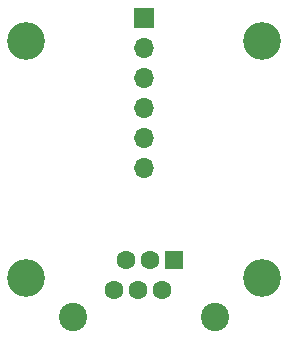
<source format=gbr>
G04 #@! TF.GenerationSoftware,KiCad,Pcbnew,(5.1.9)-1*
G04 #@! TF.CreationDate,2022-02-01T16:59:12-07:00*
G04 #@! TF.ProjectId,Limit_to_RJ11,4c696d69-745f-4746-9f5f-524a31312e6b,rev?*
G04 #@! TF.SameCoordinates,Original*
G04 #@! TF.FileFunction,Soldermask,Bot*
G04 #@! TF.FilePolarity,Negative*
%FSLAX46Y46*%
G04 Gerber Fmt 4.6, Leading zero omitted, Abs format (unit mm)*
G04 Created by KiCad (PCBNEW (5.1.9)-1) date 2022-02-01 16:59:12*
%MOMM*%
%LPD*%
G01*
G04 APERTURE LIST*
%ADD10C,2.400000*%
%ADD11C,1.600000*%
%ADD12R,1.600000X1.600000*%
%ADD13R,1.700000X1.700000*%
%ADD14O,1.700000X1.700000*%
%ADD15C,3.200000*%
G04 APERTURE END LIST*
D10*
X9000000Y-28320000D03*
X21000000Y-28320000D03*
D11*
X14490000Y-26020000D03*
X15510000Y-23480000D03*
X16530000Y-26020000D03*
D12*
X17550000Y-23480000D03*
D11*
X12450000Y-26020000D03*
X13470000Y-23480000D03*
D13*
X15000000Y-3000000D03*
D14*
X15000000Y-5540000D03*
X15000000Y-8080000D03*
X15000000Y-10620000D03*
X15000000Y-13160000D03*
X15000000Y-15700000D03*
D15*
X5000000Y-5000000D03*
X25000000Y-5000000D03*
X5000000Y-25000000D03*
X25000000Y-25000000D03*
M02*

</source>
